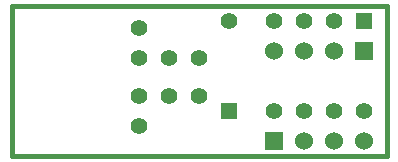
<source format=gbl>
G04 (created by PCBNEW-RS274X (2012-apr-16-27)-stable) date Mon 26 Aug 2013 11:19:43 AM IST*
G01*
G70*
G90*
%MOIN*%
G04 Gerber Fmt 3.4, Leading zero omitted, Abs format*
%FSLAX34Y34*%
G04 APERTURE LIST*
%ADD10C,0.006000*%
%ADD11C,0.015000*%
%ADD12C,0.055000*%
%ADD13R,0.055000X0.055000*%
%ADD14R,0.060000X0.060000*%
%ADD15C,0.060000*%
G04 APERTURE END LIST*
G54D10*
G54D11*
X33000Y-43250D02*
X33000Y-38250D01*
X45500Y-43250D02*
X33000Y-43250D01*
X45500Y-38250D02*
X45500Y-43250D01*
X33000Y-38250D02*
X45500Y-38250D01*
G54D12*
X37250Y-42250D03*
X37250Y-41250D03*
G54D13*
X44750Y-38750D03*
G54D12*
X43750Y-38750D03*
X42750Y-38750D03*
X41750Y-38750D03*
X41750Y-41750D03*
X42750Y-41750D03*
X43750Y-41750D03*
X44750Y-41750D03*
G54D14*
X41750Y-42750D03*
G54D15*
X42750Y-42750D03*
X43750Y-42750D03*
X44750Y-42750D03*
G54D14*
X44750Y-39750D03*
G54D15*
X43750Y-39750D03*
X42750Y-39750D03*
X41750Y-39750D03*
G54D12*
X38250Y-41250D03*
X39250Y-41250D03*
X38250Y-40000D03*
X39250Y-40000D03*
G54D13*
X40250Y-41750D03*
G54D12*
X40250Y-38750D03*
X37250Y-39000D03*
X37250Y-40000D03*
M02*

</source>
